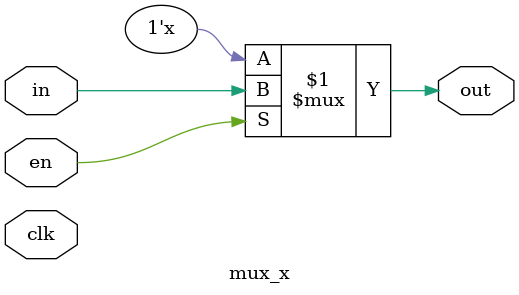
<source format=v>
module mux_x(clk, in, en, out);
   input clk, in, en;
   output out;

   assign out = en ? in : 1'bx;

endmodule // latchx

</source>
